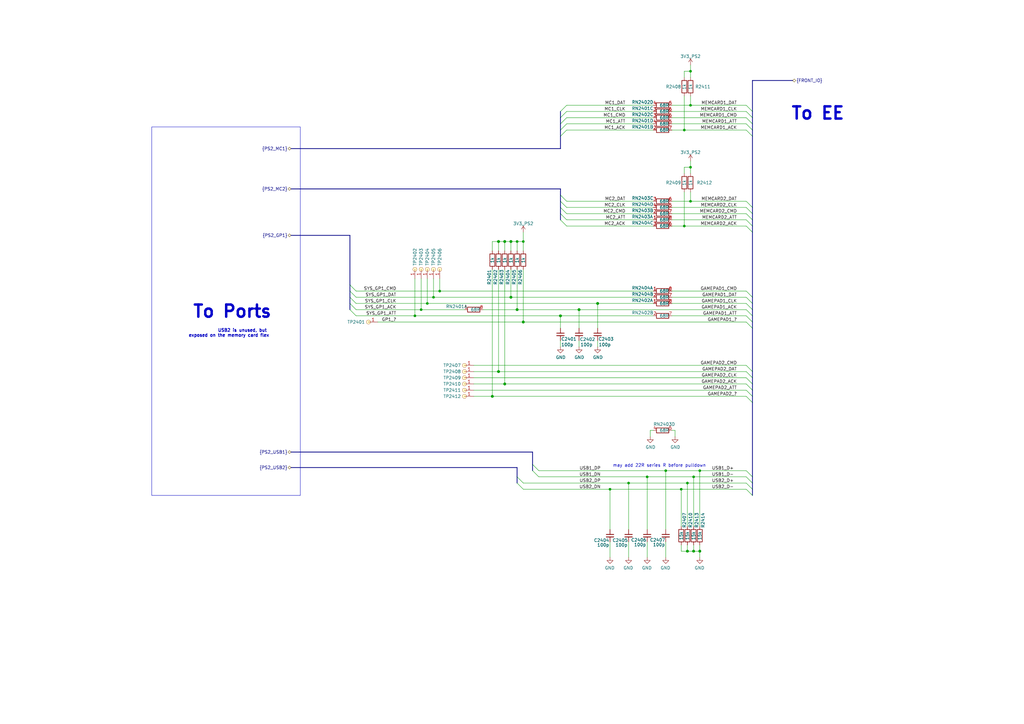
<source format=kicad_sch>
(kicad_sch (version 20230121) (generator eeschema)
  (paper "A3")
  (title_block (title "PS2 Front IO Filters") (rev "0.3") (comment 5 "-a project by Tschicki"))
  (lib_symbols
    (symbol "PS2:3V5" (power) (pin_names (offset 0))
      (property "Value" "3V3_PS2" (at 0 3.556 0))
      (symbol "3V5_0_1"
        (polyline (pts (xy -0.762 1.27) (xy 0 2.54)))
        (polyline (pts (xy 0 0) (xy 0 2.54)))
        (polyline (pts (xy 0 2.54) (xy 0.762 1.27)))
      )
      (symbol "3V5_1_1"
        (pin power_in line (at 0 0 90) (length 0) hide (name "3V3_PS2") (number "1"))
      )
    )
    (symbol "PS2:Solder_Point" (pin_names (offset 1.016) hide) (in_bom no)
      (property "Reference" "TP" (at 2.54 0 0))
      (symbol "Solder_Point_0_1"
        (circle (center 0 0) (radius 0.8519) (stroke (width 0.001)) (fill (type background)))
      )
      (symbol "Solder_Point_1_1"
        (pin passive line (at -3.81 0 0) (length 3.81) (name "Pin_1") (number "1"))
      )
    )
    (symbol "PS2_Capacitors:C_100p_0402" (pin_numbers hide) (pin_names (offset 0.254) hide)
      (property "Reference" "C" (at 0.254 1.778 0))
      (property "Value" "100p" (at 0.254 -2.032 0))
      (symbol "C_100p_0402_0_1"
        (polyline (pts (xy -1.524 -0.508) (xy 1.524 -0.508)) (stroke (width 0.3302)))
        (polyline (pts (xy -1.524 0.508) (xy 1.524 0.508)) (stroke (width 0.3048)))
      )
      (symbol "C_100p_0402_1_1"
        (pin passive line (at 0 2.54 270) (length 2.032) (name "~") (number "1"))
        (pin passive line (at 0 -2.54 90) (length 2.032) (name "~") (number "2"))
      )
    )
    (symbol "PS2_Resistors:R_15k_0402" (pin_numbers hide) (pin_names (offset 0))
      (property "Reference" "R" (at 2.032 0 90))
      (property "Value" "15k" (at 0 0 90))
      (symbol "R_15k_0402_0_1"
        (rectangle (start -1.016 -2.54) (end 1.016 2.54) (stroke (width 0.254)))
      )
      (symbol "R_15k_0402_1_1"
        (pin passive line (at 0 3.81 270) (length 1.27) (name "~") (number "1"))
        (pin passive line (at 0 -3.81 90) (length 1.27) (name "~") (number "2"))
      )
    )
    (symbol "PS2_Resistors:R_1k_0402" (pin_numbers hide) (pin_names (offset 0))
      (property "Reference" "R" (at 2.032 0 90))
      (property "Value" "1k" (at 0 0 90))
      (symbol "R_1k_0402_0_1"
        (rectangle (start -1.016 -2.54) (end 1.016 2.54) (stroke (width 0.254)))
      )
      (symbol "R_1k_0402_1_1"
        (pin passive line (at 0 3.81 270) (length 1.27) (name "~") (number "1"))
        (pin passive line (at 0 -3.81 90) (length 1.27) (name "~") (number "2"))
      )
    )
    (symbol "PS2_Resistors:R_4Array_68R_0402_split" (pin_names (offset 0) hide)
      (property "Reference" "RN" (at 2.032 0 90))
      (property "Value" "68R" (at 0 0 90))
      (symbol "R_4Array_68R_0402_split_0_1"
        (rectangle (start 1.016 2.54) (end -1.016 -2.54) (stroke (width 0.254)))
      )
      (symbol "R_4Array_68R_0402_split_1_1"
        (pin passive line (at 0 -3.81 90) (length 1.27) (name "R1.1") (number "1"))
        (pin passive line (at 0 3.81 270) (length 1.27) (name "R1.2") (number "8"))
      )
      (symbol "R_4Array_68R_0402_split_2_1"
        (pin passive line (at 0 -3.81 90) (length 1.27) (name "R2.1") (number "2"))
        (pin passive line (at 0 3.81 270) (length 1.27) (name "R2.2") (number "7"))
      )
      (symbol "R_4Array_68R_0402_split_3_1"
        (pin passive line (at 0 -3.81 90) (length 1.27) (name "R3.1") (number "3"))
        (pin passive line (at 0 3.81 270) (length 1.27) (name "R3.2") (number "6"))
      )
      (symbol "R_4Array_68R_0402_split_4_1"
        (pin passive line (at 0 -3.81 90) (length 1.27) (name "R4.1") (number "4"))
        (pin passive line (at 0 3.81 270) (length 1.27) (name "R4.2") (number "5"))
      )
    )
    (symbol "power:GND" (power) (pin_names (offset 0))
      (property "Value" "GND" (at 0 -3.81 0))
      (symbol "GND_0_1"
        (polyline (pts (xy 0 0) (xy 0 -1.27) (xy 1.27 -1.27) (xy 0 -2.54) (xy -1.27 -1.27) (xy 0 -1.27)))
      )
      (symbol "GND_1_1"
        (pin power_in line (at 0 0 270) (length 0) hide (name "GND") (number "1"))
      )
    )
  )
  (bus_alias "FRONT_IO" (members "GAMEPAD1_CMD" "GAMEPAD1_DAT" "GAMEPAD1_CLK" "GAMEPAD1_ACK" "GAMEPAD1_ATT" "GAMEPAD1_?" "GAMEPAD2_CMD" "GAMEPAD2_DAT" "GAMEPAD2_CLK" "GAMEPAD2_ACK" "GAMEPAD2_ATT" "GAMEPAD2_?" "MEMCARD1_ACK" "MEMCARD1_CLK" "MEMCARD1_ATT" "MEMCARD1_CMD" "MEMCARD1_DAT" "MEMCARD2_ACK" "MEMCARD2_CLK" "MEMCARD2_ATT" "MEMCARD2_CMD" "MEMCARD2_DAT" "USB1_D+" "USB1_D-" "USB2_D+" "USB2_D-"))
  (bus_alias "PS2_GP1" (members "SYS_GP1_CMD" "SYS_GP1_DAT" "SYS_GP1_CLK" "SYS_GP1_ACK" "SYS_GP1_ATT"))
  (bus_alias "PS2_GP2" (members "GP2_CMD" "GP2_DAT" "GP2_CLK" "GP2_ACK" "GP2_ATT"))
  (bus_alias "PS2_MC1" (members "MC1_DAT" "MC1_CLK" "MC1_CMD" "MC1_ATT" "MC1_ACK"))
  (bus_alias "PS2_MC2" (members "MC2_DAT" "MC2_CLK" "MC2_CMD" "MC2_ATT" "MC2_ACK"))
  (bus_alias "PS2_USB1" (members "USB1_DP" "USB1_DN"))
  (bus_alias "PS2_USB2" (members "USB2_DP" "USB2_DN"))
  (junction (at 237.49 127) (diameter 1.016))
  (junction (at 209.55 99.06) (diameter 1.016))
  (junction (at 284.48 195.58))
  (junction (at 204.47 99.06) (diameter 1.016))
  (junction (at 273.05 193.04))
  (junction (at 175.26 124.46))
  (junction (at 212.09 99.06))
  (junction (at 281.94 198.12))
  (junction (at 207.01 157.48) (diameter 1.016))
  (junction (at 229.87 129.54) (diameter 1.016))
  (junction (at 170.18 129.54))
  (junction (at 287.02 193.04))
  (junction (at 281.94 226.06) (diameter 1.016))
  (junction (at 280.67 92.71))
  (junction (at 245.11 124.46) (diameter 1.016))
  (junction (at 280.67 53.34))
  (junction (at 207.01 99.06) (diameter 1.016))
  (junction (at 283.21 82.55))
  (junction (at 201.93 162.56) (diameter 1.016))
  (junction (at 214.63 132.08) (diameter 1.016))
  (junction (at 257.81 198.12))
  (junction (at 214.63 99.06))
  (junction (at 180.34 119.38))
  (junction (at 284.48 226.06) (diameter 1.016))
  (junction (at 177.8 121.92))
  (junction (at 209.55 121.92) (diameter 1.016))
  (junction (at 265.43 195.58))
  (junction (at 287.02 226.06) (diameter 1.016))
  (junction (at 172.72 127))
  (junction (at 283.21 29.21))
  (junction (at 279.4 200.66))
  (junction (at 283.21 43.18))
  (junction (at 250.19 200.66))
  (junction (at 212.09 127) (diameter 1.016))
  (junction (at 204.47 152.4) (diameter 1.016))
  (junction (at 283.21 68.58))
  (bus_entry (at 308.61 152.4) (size -2.54 -2.54))
  (bus_entry (at 308.61 48.26) (size -2.54 -2.54))
  (bus_entry (at 308.61 87.63) (size -2.54 -2.54))
  (bus_entry (at 308.61 162.56) (size -2.54 -2.54))
  (bus_entry (at 308.61 165.1) (size -2.54 -2.54))
  (bus_entry (at 232.41 90.17) (size -2.54 -2.54))
  (bus_entry (at 308.61 198.12) (size -2.54 -2.54))
  (bus_entry (at 308.61 134.62) (size -2.54 -2.54))
  (bus_entry (at 146.05 124.46) (size -2.54 -2.54))
  (bus_entry (at 308.61 50.8) (size -2.54 -2.54))
  (bus_entry (at 308.61 124.46) (size -2.54 -2.54))
  (bus_entry (at 220.98 193.04) (size -2.54 -2.54))
  (bus_entry (at 308.61 53.34) (size -2.54 -2.54))
  (bus_entry (at 232.41 92.71) (size -2.54 -2.54))
  (bus_entry (at 146.05 119.38) (size -2.54 -2.54))
  (bus_entry (at 232.41 53.34) (size -2.54 2.54))
  (bus_entry (at 232.41 43.18) (size -2.54 2.54))
  (bus_entry (at 308.61 45.72) (size -2.54 -2.54))
  (bus_entry (at 308.61 127) (size -2.54 -2.54))
  (bus_entry (at 220.98 195.58) (size -2.54 -2.54))
  (bus_entry (at 308.61 203.2) (size -2.54 -2.54))
  (bus_entry (at 232.41 48.26) (size -2.54 2.54))
  (bus_entry (at 308.61 129.54) (size -2.54 -2.54))
  (bus_entry (at 308.61 95.25) (size -2.54 -2.54))
  (bus_entry (at 232.41 87.63) (size -2.54 -2.54))
  (bus_entry (at 146.05 127) (size -2.54 -2.54))
  (bus_entry (at 308.61 160.02) (size -2.54 -2.54))
  (bus_entry (at 232.41 45.72) (size -2.54 2.54))
  (bus_entry (at 308.61 90.17) (size -2.54 -2.54))
  (bus_entry (at 146.05 121.92) (size -2.54 -2.54))
  (bus_entry (at 214.63 200.66) (size -2.54 -2.54))
  (bus_entry (at 308.61 85.09) (size -2.54 -2.54))
  (bus_entry (at 308.61 154.94) (size -2.54 -2.54))
  (bus_entry (at 214.63 198.12) (size -2.54 -2.54))
  (bus_entry (at 308.61 121.92) (size -2.54 -2.54))
  (bus_entry (at 232.41 82.55) (size -2.54 -2.54))
  (bus_entry (at 308.61 55.88) (size -2.54 -2.54))
  (bus_entry (at 232.41 50.8) (size -2.54 2.54))
  (bus_entry (at 308.61 195.58) (size -2.54 -2.54))
  (bus_entry (at 146.05 129.54) (size -2.54 -2.54))
  (bus_entry (at 308.61 132.08) (size -2.54 -2.54))
  (bus_entry (at 232.41 85.09) (size -2.54 -2.54))
  (bus_entry (at 308.61 157.48) (size -2.54 -2.54))
  (bus_entry (at 308.61 200.66) (size -2.54 -2.54))
  (bus_entry (at 308.61 92.71) (size -2.54 -2.54))
  (wire (pts (xy 177.8 114.3) (xy 177.8 121.92)))
  (wire (pts (xy 209.55 99.06) (xy 209.55 102.87)))
  (bus (pts (xy 143.51 124.46) (xy 143.51 121.92)))
  (wire (pts (xy 306.07 85.09) (xy 275.59 85.09)))
  (wire (pts (xy 284.48 195.58) (xy 265.43 195.58)))
  (bus (pts (xy 308.61 45.72) (xy 308.61 48.26)))
  (wire (pts (xy 306.07 157.48) (xy 207.01 157.48)))
  (wire (pts (xy 257.81 222.25) (xy 257.81 228.6)))
  (wire (pts (xy 204.47 99.06) (xy 207.01 99.06)))
  (wire (pts (xy 172.72 114.3) (xy 172.72 127)))
  (wire (pts (xy 306.07 152.4) (xy 204.47 152.4)))
  (bus (pts (xy 119.38 77.47) (xy 229.87 77.47)))
  (wire (pts (xy 257.81 198.12) (xy 257.81 217.17)))
  (wire (pts (xy 306.07 53.34) (xy 280.67 53.34)))
  (bus (pts (xy 308.61 87.63) (xy 308.61 90.17)))
  (wire (pts (xy 281.94 223.52) (xy 281.94 226.06)))
  (wire (pts (xy 267.97 85.09) (xy 232.41 85.09)))
  (wire (pts (xy 306.07 193.04) (xy 287.02 193.04)))
  (bus (pts (xy 308.61 157.48) (xy 308.61 160.02)))
  (wire (pts (xy 237.49 127) (xy 306.07 127)))
  (bus (pts (xy 229.87 60.96) (xy 119.38 60.96)))
  (bus (pts (xy 308.61 33.02) (xy 308.61 45.72)))
  (wire (pts (xy 180.34 114.3) (xy 180.34 119.38)))
  (wire (pts (xy 267.97 53.34) (xy 232.41 53.34)))
  (wire (pts (xy 281.94 198.12) (xy 257.81 198.12)))
  (bus (pts (xy 229.87 80.01) (xy 229.87 82.55)))
  (bus (pts (xy 308.61 162.56) (xy 308.61 165.1)))
  (wire (pts (xy 279.4 200.66) (xy 250.19 200.66)))
  (wire (pts (xy 306.07 50.8) (xy 275.59 50.8)))
  (wire (pts (xy 280.67 78.74) (xy 280.67 92.71)))
  (wire (pts (xy 207.01 99.06) (xy 209.55 99.06)))
  (wire (pts (xy 267.97 87.63) (xy 232.41 87.63)))
  (wire (pts (xy 283.21 82.55) (xy 275.59 82.55)))
  (bus (pts (xy 308.61 195.58) (xy 308.61 198.12)))
  (wire (pts (xy 214.63 95.25) (xy 214.63 99.06)))
  (bus (pts (xy 229.87 48.26) (xy 229.87 50.8)))
  (wire (pts (xy 245.11 124.46) (xy 175.26 124.46)))
  (wire (pts (xy 287.02 226.06) (xy 284.48 226.06)))
  (wire (pts (xy 180.34 119.38) (xy 146.05 119.38)))
  (wire (pts (xy 265.43 222.25) (xy 265.43 228.6)))
  (wire (pts (xy 275.59 121.92) (xy 306.07 121.92)))
  (wire (pts (xy 237.49 139.7) (xy 237.49 142.24)))
  (wire (pts (xy 267.97 43.18) (xy 232.41 43.18)))
  (wire (pts (xy 250.19 222.25) (xy 250.19 228.6)))
  (wire (pts (xy 198.12 127) (xy 212.09 127)))
  (wire (pts (xy 287.02 223.52) (xy 287.02 226.06)))
  (wire (pts (xy 212.09 110.49) (xy 212.09 127)))
  (bus (pts (xy 143.51 119.38) (xy 143.51 116.84)))
  (wire (pts (xy 229.87 134.62) (xy 229.87 129.54)))
  (wire (pts (xy 207.01 110.49) (xy 207.01 157.48)))
  (wire (pts (xy 279.4 223.52) (xy 279.4 226.06)))
  (wire (pts (xy 267.97 50.8) (xy 232.41 50.8)))
  (wire (pts (xy 280.67 39.37) (xy 280.67 53.34)))
  (bus (pts (xy 218.44 185.42) (xy 119.38 185.42)))
  (bus (pts (xy 308.61 85.09) (xy 308.61 87.63)))
  (wire (pts (xy 267.97 92.71) (xy 232.41 92.71)))
  (wire (pts (xy 275.59 176.53) (xy 276.86 176.53)))
  (wire (pts (xy 146.05 121.92) (xy 177.8 121.92)))
  (wire (pts (xy 283.21 43.18) (xy 275.59 43.18)))
  (bus (pts (xy 143.51 119.38) (xy 143.51 121.92)))
  (wire (pts (xy 172.72 127) (xy 146.05 127)))
  (bus (pts (xy 308.61 48.26) (xy 308.61 50.8)))
  (wire (pts (xy 229.87 139.7) (xy 229.87 142.24)))
  (bus (pts (xy 308.61 90.17) (xy 308.61 92.71)))
  (wire (pts (xy 175.26 124.46) (xy 146.05 124.46)))
  (wire (pts (xy 306.07 149.86) (xy 194.31 149.86)))
  (bus (pts (xy 308.61 129.54) (xy 308.61 132.08)))
  (wire (pts (xy 306.07 45.72) (xy 275.59 45.72)))
  (bus (pts (xy 143.51 96.52) (xy 119.38 96.52)))
  (wire (pts (xy 250.19 200.66) (xy 214.63 200.66)))
  (wire (pts (xy 266.7 176.53) (xy 266.7 179.07)))
  (wire (pts (xy 245.11 139.7) (xy 245.11 142.24)))
  (wire (pts (xy 267.97 48.26) (xy 232.41 48.26)))
  (wire (pts (xy 204.47 152.4) (xy 194.31 152.4)))
  (bus (pts (xy 308.61 200.66) (xy 308.61 203.2)))
  (wire (pts (xy 283.21 68.58) (xy 280.67 68.58)))
  (wire (pts (xy 237.49 127) (xy 212.09 127)))
  (bus (pts (xy 308.61 53.34) (xy 308.61 55.88)))
  (wire (pts (xy 201.93 99.06) (xy 204.47 99.06)))
  (bus (pts (xy 308.61 127) (xy 308.61 129.54)))
  (bus (pts (xy 308.61 160.02) (xy 308.61 162.56)))
  (wire (pts (xy 283.21 66.04) (xy 283.21 68.58)))
  (wire (pts (xy 229.87 129.54) (xy 267.97 129.54)))
  (bus (pts (xy 143.51 127) (xy 143.51 124.46)))
  (bus (pts (xy 212.09 191.77) (xy 119.38 191.77)))
  (bus (pts (xy 308.61 121.92) (xy 308.61 124.46)))
  (wire (pts (xy 287.02 193.04) (xy 273.05 193.04)))
  (wire (pts (xy 201.93 102.87) (xy 201.93 99.06)))
  (wire (pts (xy 284.48 223.52) (xy 284.48 226.06)))
  (wire (pts (xy 306.07 92.71) (xy 280.67 92.71)))
  (bus (pts (xy 218.44 190.5) (xy 218.44 185.42)))
  (wire (pts (xy 267.97 121.92) (xy 209.55 121.92)))
  (bus (pts (xy 229.87 82.55) (xy 229.87 85.09)))
  (wire (pts (xy 283.21 78.74) (xy 283.21 82.55)))
  (bus (pts (xy 212.09 198.12) (xy 212.09 195.58)))
  (wire (pts (xy 283.21 68.58) (xy 283.21 71.12)))
  (wire (pts (xy 306.07 162.56) (xy 201.93 162.56)))
  (wire (pts (xy 283.21 29.21) (xy 283.21 31.75)))
  (wire (pts (xy 281.94 226.06) (xy 279.4 226.06)))
  (bus (pts (xy 229.87 53.34) (xy 229.87 55.88)))
  (wire (pts (xy 287.02 226.06) (xy 287.02 228.6)))
  (wire (pts (xy 275.59 119.38) (xy 306.07 119.38)))
  (wire (pts (xy 306.07 132.08) (xy 214.63 132.08)))
  (wire (pts (xy 284.48 226.06) (xy 281.94 226.06)))
  (wire (pts (xy 283.21 29.21) (xy 280.67 29.21)))
  (wire (pts (xy 306.07 87.63) (xy 275.59 87.63)))
  (wire (pts (xy 280.67 29.21) (xy 280.67 31.75)))
  (bus (pts (xy 308.61 165.1) (xy 308.61 195.58)))
  (wire (pts (xy 172.72 127) (xy 190.5 127)))
  (bus (pts (xy 308.61 95.25) (xy 308.61 121.92)))
  (wire (pts (xy 273.05 222.25) (xy 273.05 228.6)))
  (bus (pts (xy 308.61 55.88) (xy 308.61 85.09)))
  (wire (pts (xy 273.05 193.04) (xy 273.05 217.17)))
  (wire (pts (xy 306.07 90.17) (xy 275.59 90.17)))
  (wire (pts (xy 275.59 129.54) (xy 306.07 129.54)))
  (wire (pts (xy 306.07 195.58) (xy 284.48 195.58)))
  (wire (pts (xy 237.49 127) (xy 237.49 134.62)))
  (wire (pts (xy 280.67 92.71) (xy 275.59 92.71)))
  (wire (pts (xy 273.05 193.04) (xy 220.98 193.04)))
  (bus (pts (xy 308.61 198.12) (xy 308.61 200.66)))
  (bus (pts (xy 308.61 132.08) (xy 308.61 134.62)))
  (wire (pts (xy 214.63 102.87) (xy 214.63 99.06)))
  (wire (pts (xy 306.07 154.94) (xy 194.31 154.94)))
  (wire (pts (xy 207.01 157.48) (xy 194.31 157.48)))
  (wire (pts (xy 265.43 195.58) (xy 265.43 217.17)))
  (wire (pts (xy 280.67 53.34) (xy 275.59 53.34)))
  (bus (pts (xy 308.61 134.62) (xy 308.61 152.4)))
  (wire (pts (xy 267.97 124.46) (xy 245.11 124.46)))
  (wire (pts (xy 280.67 68.58) (xy 280.67 71.12)))
  (wire (pts (xy 154.94 132.08) (xy 214.63 132.08)))
  (bus (pts (xy 229.87 55.88) (xy 229.87 60.96)))
  (wire (pts (xy 267.97 119.38) (xy 180.34 119.38)))
  (wire (pts (xy 170.18 114.3) (xy 170.18 129.54)))
  (wire (pts (xy 201.93 162.56) (xy 194.31 162.56)))
  (wire (pts (xy 283.21 39.37) (xy 283.21 43.18)))
  (wire (pts (xy 201.93 162.56) (xy 201.93 110.49)))
  (wire (pts (xy 204.47 99.06) (xy 204.47 102.87)))
  (bus (pts (xy 229.87 50.8) (xy 229.87 53.34)))
  (wire (pts (xy 245.11 124.46) (xy 245.11 134.62)))
  (wire (pts (xy 267.97 45.72) (xy 232.41 45.72)))
  (bus (pts (xy 308.61 50.8) (xy 308.61 53.34)))
  (wire (pts (xy 306.07 48.26) (xy 275.59 48.26)))
  (wire (pts (xy 214.63 99.06) (xy 212.09 99.06)))
  (wire (pts (xy 306.07 160.02) (xy 194.31 160.02)))
  (bus (pts (xy 308.61 124.46) (xy 308.61 127)))
  (wire (pts (xy 229.87 129.54) (xy 170.18 129.54)))
  (wire (pts (xy 276.86 176.53) (xy 276.86 179.07)))
  (wire (pts (xy 250.19 200.66) (xy 250.19 217.17)))
  (wire (pts (xy 283.21 26.67) (xy 283.21 29.21)))
  (wire (pts (xy 267.97 82.55) (xy 232.41 82.55)))
  (wire (pts (xy 266.7 176.53) (xy 267.97 176.53)))
  (wire (pts (xy 306.07 43.18) (xy 283.21 43.18)))
  (bus (pts (xy 308.61 92.71) (xy 308.61 95.25)))
  (wire (pts (xy 257.81 198.12) (xy 214.63 198.12)))
  (bus (pts (xy 308.61 154.94) (xy 308.61 157.48)))
  (wire (pts (xy 175.26 114.3) (xy 175.26 124.46)))
  (wire (pts (xy 306.07 200.66) (xy 279.4 200.66)))
  (bus (pts (xy 229.87 87.63) (xy 229.87 90.17)))
  (wire (pts (xy 306.07 198.12) (xy 281.94 198.12)))
  (bus (pts (xy 229.87 45.72) (xy 229.87 48.26)))
  (wire (pts (xy 209.55 99.06) (xy 212.09 99.06)))
  (wire (pts (xy 306.07 82.55) (xy 283.21 82.55)))
  (bus (pts (xy 143.51 96.52) (xy 143.51 116.84)))
  (wire (pts (xy 212.09 99.06) (xy 212.09 102.87)))
  (wire (pts (xy 204.47 110.49) (xy 204.47 152.4)))
  (wire (pts (xy 214.63 110.49) (xy 214.63 132.08)))
  (bus (pts (xy 218.44 193.04) (xy 218.44 190.5)))
  (bus (pts (xy 308.61 152.4) (xy 308.61 154.94)))
  (wire (pts (xy 170.18 129.54) (xy 146.05 129.54)))
  (bus (pts (xy 212.09 195.58) (xy 212.09 191.77)))
  (wire (pts (xy 177.8 121.92) (xy 209.55 121.92)))
  (bus (pts (xy 229.87 85.09) (xy 229.87 87.63)))
  (wire (pts (xy 265.43 195.58) (xy 220.98 195.58)))
  (wire (pts (xy 207.01 99.06) (xy 207.01 102.87)))
  (wire (pts (xy 209.55 110.49) (xy 209.55 121.92)))
  (wire (pts (xy 275.59 124.46) (xy 306.07 124.46)))
  (wire (pts (xy 287.02 193.04) (xy 287.02 215.9)))
  (wire (pts (xy 267.97 90.17) (xy 232.41 90.17)))
  (wire (pts (xy 284.48 195.58) (xy 284.48 215.9)))
  (bus (pts (xy 229.87 77.47) (xy 229.87 80.01)))
  (wire (pts (xy 279.4 200.66) (xy 279.4 215.9)))
  (bus (pts (xy 325.12 33.02) (xy 308.61 33.02)))
  (wire (pts (xy 281.94 198.12) (xy 281.94 215.9)))
  (rectangle (start 62.23 203.2) (end 123.19 52.07))
  (text "USB2 is unused, but \nexposed on the memory card flex" (at 110.49 138.43 0) (effects (font (size 1.27 1.27) bold) (justify right bottom)))
  (text "To Ports" (at 111.76 130.81 0) (effects (font (size 5 5) bold) (justify right bottom)))
  (text "To EE" (at 346.71 49.53 0) (effects (font (size 5 5) (thickness 1) bold) (justify right bottom)))
  (text "may add 22R series R before pulldown" (at 289.56 191.77 0) (effects (font (size 1.27 1.27)) (justify right bottom)))
  (label "USB2_D+" (at 300.99 198.12 180))
  (label "SYS_GP1_CLK" (at 162.56 124.46 180))
  (label "GAMEPAD2_CLK" (at 302.26 154.94 180))
  (label "MEMCARD2_ATT" (at 302.26 90.17 180))
  (label "USB1_DN" (at 246.38 195.58 180))
  (label "MC2_ATT" (at 256.54 90.17 180))
  (label "GAMEPAD2_DAT" (at 302.26 152.4 180))
  (label "GAMEPAD1_CLK" (at 302.26 124.46 180))
  (label "GAMEPAD2_ATT" (at 302.26 160.02 180))
  (label "MC1_CMD" (at 256.54 48.26 180))
  (label "MEMCARD1_ACK" (at 302.26 53.34 180))
  (label "GAMEPAD1_DAT" (at 302.26 121.92 180))
  (label "MEMCARD2_CMD" (at 302.26 87.63 180))
  (label "GAMEPAD1_?" (at 302.26 132.08 180))
  (label "SYS_GP1_ATT" (at 162.56 129.54 180))
  (label "SYS_GP1_DAT" (at 162.56 121.92 180))
  (label "SYS_GP1_ACK" (at 162.56 127 180))
  (label "MEMCARD2_CLK" (at 302.26 85.09 180))
  (label "GAMEPAD1_CMD" (at 302.26 119.38 180))
  (label "GAMEPAD2_?" (at 302.26 162.56 180))
  (label "MEMCARD1_CLK" (at 302.26 45.72 180))
  (label "SYS_GP1_CMD" (at 162.56 119.38 180))
  (label "MEMCARD2_DAT" (at 302.26 82.55 180))
  (label "MC2_DAT" (at 256.54 82.55 180))
  (label "MEMCARD1_ATT" (at 302.26 50.8 180))
  (label "USB1_DP" (at 246.38 193.04 180))
  (label "GAMEPAD1_ACK" (at 302.26 127 180))
  (label "USB2_D-" (at 300.99 200.66 180))
  (label "USB2_DN" (at 246.38 200.66 180))
  (label "MEMCARD1_CMD" (at 302.26 48.26 180))
  (label "MC1_CLK" (at 256.54 45.72 180))
  (label "MC2_ACK" (at 256.54 92.71 180))
  (label "MEMCARD2_ACK" (at 302.26 92.71 180))
  (label "GP1_?" (at 162.56 132.08 180))
  (label "USB2_DP" (at 246.38 198.12 180))
  (label "MC1_ACK" (at 256.54 53.34 180))
  (label "GAMEPAD1_ATT" (at 302.26 129.54 180))
  (label "MC1_ATT" (at 256.54 50.8 180))
  (label "MEMCARD1_DAT" (at 302.26 43.18 180))
  (label "MC1_DAT" (at 256.54 43.18 180))
  (label "USB1_D+" (at 300.99 193.04 180))
  (label "USB1_D-" (at 300.99 195.58 180))
  (label "MC2_CMD" (at 256.54 87.63 180))
  (label "GAMEPAD2_ACK" (at 302.26 157.48 180))
  (label "GAMEPAD2_CMD" (at 302.26 149.86 180))
  (label "MC2_CLK" (at 256.54 85.09 180))
  (hierarchical_label "{PS2_MC1}" (shape bidirectional) (at 119.38 60.96 180))
  (hierarchical_label "{PS2_GP1}" (shape bidirectional) (at 119.38 96.52 180))
  (hierarchical_label "{PS2_USB1}" (shape bidirectional) (at 119.38 185.42 180))
  (hierarchical_label "{PS2_USB2}" (shape bidirectional) (at 119.38 191.77 180))
  (hierarchical_label "{PS2_MC2}" (shape bidirectional) (at 119.38 77.47 180))
  (hierarchical_label "{FRONT_IO}" (shape bidirectional) (at 325.12 33.02 0))
  (symbol (lib_id "PS2_Resistors:R_4Array_68R_0402_split") (at 271.78 53.34 270) (mirror x) (unit 2)
    (property "Reference" "RN2401" (at 259.08 52.07 90) (effects (justify left)))
    (property "Value" "68R" (at 270.51 53.34 90) (effects (justify left)))
    (property "Footprint" "PS2:R_Array_Convex_4x0402" (effects hide))
    (property "Part Number" "YC124-JR-0768RL" (effects hide))
  )
  (symbol (lib_id "PS2_Resistors:R_1k_0402") (at 283.21 35.56 0) (unit 1)
    (property "Reference" "R2411" (at 285.115 35.56 0) (effects (justify left)))
    (property "Value" "1k" (at 283.21 36.83 90) (effects (justify left)))
    (property "Footprint" "PS2:R_0402_1005Metric" (effects hide))
    (property "Part Number" "RC0402FR-071KL" (effects hide))
  )
  (symbol (lib_id "PS2_Resistors:R_1k_0402") (at 204.47 106.68 0) (unit 1)
    (property "Reference" "R2402" (at 203.2 116.84 90) (effects (justify left)))
    (property "Value" "1k" (at 204.47 107.95 90) (effects (justify left)))
    (property "Footprint" "PS2:R_0402_1005Metric" (effects hide))
    (property "Part Number" "RC0402FR-071KL" (effects hide))
  )
  (symbol (lib_id "PS2_Resistors:R_4Array_68R_0402_split") (at 271.78 90.17 270) (mirror x) (unit 1)
    (property "Reference" "RN2403" (at 259.08 88.9 90) (effects (justify left)))
    (property "Value" "68R" (at 270.51 90.17 90) (effects (justify left)))
    (property "Footprint" "PS2:R_Array_Convex_4x0402" (effects hide))
    (property "Part Number" "YC124-JR-0768RL" (effects hide))
  )
  (symbol (lib_id "power:GND") (at 273.05 228.6 0) (mirror y) (unit 1)
    (property "Reference" "#PWR02409" (effects hide))
    (property "Value" "GND" (at 272.9357 232.9244 0))
  )
  (symbol (lib_id "PS2:Solder_Point") (at 177.8 110.49 270) (mirror x) (unit 1) (in_bom no)
    (property "Reference" "TP2405" (at 177.8 105.41 0))
    (property "Value" "Solder_Point" (effects hide))
    (property "Footprint" "PS2:Solder_Point_127" (effects hide))
  )
  (symbol (lib_id "PS2:Solder_Point") (at 190.5 162.56 0) (mirror y) (unit 1) (in_bom no)
    (property "Reference" "TP2412" (at 185.42 162.56 0))
    (property "Value" "Solder_Point" (effects hide))
    (property "Footprint" "PS2:Solder_Point_127" (effects hide))
  )
  (symbol (lib_id "PS2:Solder_Point") (at 190.5 160.02 0) (mirror y) (unit 1) (in_bom no)
    (property "Reference" "TP2411" (at 185.42 160.02 0))
    (property "Value" "Solder_Point" (effects hide))
    (property "Footprint" "PS2:Solder_Point_127" (effects hide))
  )
  (symbol (lib_id "power:GND") (at 257.81 228.6 0) (mirror y) (unit 1)
    (property "Reference" "#PWR02406" (effects hide))
    (property "Value" "GND" (at 257.6957 232.9244 0))
  )
  (symbol (lib_id "PS2_Resistors:R_4Array_68R_0402_split") (at 271.78 82.55 270) (mirror x) (unit 3)
    (property "Reference" "RN2403" (at 259.08 81.28 90) (effects (justify left)))
    (property "Value" "68R" (at 270.51 82.55 90) (effects (justify left)))
    (property "Footprint" "PS2:R_Array_Convex_4x0402" (effects hide))
    (property "Part Number" "YC124-JR-0768RL" (effects hide))
  )
  (symbol (lib_id "PS2_Resistors:R_4Array_68R_0402_split") (at 271.78 121.92 270) (mirror x) (unit 2)
    (property "Reference" "RN2404" (at 259.08 120.65 90) (effects (justify left)))
    (property "Value" "68R" (at 270.51 121.92 90) (effects (justify left)))
    (property "Footprint" "PS2:R_Array_Convex_4x0402" (effects hide))
    (property "Part Number" "YC124-JR-0768RL" (effects hide))
  )
  (symbol (lib_id "PS2_Resistors:R_15k_0402") (at 287.02 219.71 0) (mirror y) (unit 1)
    (property "Reference" "R2414" (at 288.29 213.36 90))
    (property "Value" "15k" (at 287.02 219.71 90))
    (property "Footprint" "PS2:R_0402_1005Metric" (effects hide))
    (property "Part Number" "ERJ-2RKF1502X" (effects hide))
  )
  (symbol (lib_id "PS2_Resistors:R_1k_0402") (at 209.55 106.68 0) (unit 1)
    (property "Reference" "R2404" (at 208.28 116.84 90) (effects (justify left)))
    (property "Value" "1k" (at 209.55 107.95 90) (effects (justify left)))
    (property "Footprint" "PS2:R_0402_1005Metric" (effects hide))
    (property "Part Number" "RC0402FR-071KL" (effects hide))
  )
  (symbol (lib_id "PS2_Capacitors:C_100p_0402") (at 257.81 219.71 0) (mirror y) (unit 1)
    (property "Reference" "C2405" (at 257.5178 221.6086 0) (effects (justify left)))
    (property "Value" "100p" (at 257.391 223.526 0) (effects (justify left)))
    (property "Footprint" "PS2:C_0402_1005Metric" (effects hide))
    (property "Part Number" "CC0402KRX7R9BB101" (effects hide))
  )
  (symbol (lib_id "power:GND") (at 265.43 228.6 0) (mirror y) (unit 1)
    (property "Reference" "#PWR02407" (effects hide))
    (property "Value" "GND" (at 265.3157 232.9244 0))
  )
  (symbol (lib_id "PS2_Resistors:R_1k_0402") (at 280.67 74.93 0) (unit 1)
    (property "Reference" "R2409" (at 273.05 74.93 0) (effects (justify left)))
    (property "Value" "1k" (at 280.67 76.2 90) (effects (justify left)))
    (property "Footprint" "PS2:R_0402_1005Metric" (effects hide))
    (property "Part Number" "RC0402FR-071KL" (effects hide))
  )
  (symbol (lib_id "PS2_Resistors:R_15k_0402") (at 284.48 219.71 0) (mirror y) (unit 1)
    (property "Reference" "R2413" (at 285.75 213.36 90))
    (property "Value" "15k" (at 284.48 219.71 90))
    (property "Footprint" "PS2:R_0402_1005Metric" (effects hide))
    (property "Part Number" "ERJ-2RKF1502X" (effects hide))
  )
  (symbol (lib_id "PS2_Capacitors:C_100p_0402") (at 229.87 137.16 0) (unit 1)
    (property "Reference" "C2401" (at 230.1622 139.0586 0) (effects (justify left)))
    (property "Value" "100p" (at 230.162 141.357 0) (effects (justify left)))
    (property "Footprint" "PS2:C_0402_1005Metric" (effects hide))
    (property "Part Number" "CC0402KRX7R9BB101" (effects hide))
  )
  (symbol (lib_id "PS2:Solder_Point") (at 175.26 110.49 270) (mirror x) (unit 1) (in_bom no)
    (property "Reference" "TP2404" (at 175.26 105.41 0))
    (property "Value" "Solder_Point" (effects hide))
    (property "Footprint" "PS2:Solder_Point_127" (effects hide))
  )
  (symbol (lib_id "PS2_Capacitors:C_100p_0402") (at 273.05 219.71 0) (mirror y) (unit 1)
    (property "Reference" "C2407" (at 272.8848 221.4816 0) (effects (justify left)))
    (property "Value" "100p" (at 272.758 223.399 0) (effects (justify left)))
    (property "Footprint" "PS2:C_0402_1005Metric" (effects hide))
    (property "Part Number" "CC0402KRX7R9BB101" (effects hide))
  )
  (symbol (lib_id "PS2_Resistors:R_4Array_68R_0402_split") (at 271.78 45.72 270) (mirror x) (unit 3)
    (property "Reference" "RN2401" (at 259.08 44.45 90) (effects (justify left)))
    (property "Value" "68R" (at 270.51 45.72 90) (effects (justify left)))
    (property "Footprint" "PS2:R_Array_Convex_4x0402" (effects hide))
    (property "Part Number" "YC124-JR-0768RL" (effects hide))
  )
  (symbol (lib_id "PS2:Solder_Point") (at 190.5 154.94 0) (mirror y) (unit 1) (in_bom no)
    (property "Reference" "TP2409" (at 185.42 154.94 0))
    (property "Value" "Solder_Point" (effects hide))
    (property "Footprint" "PS2:Solder_Point_127" (effects hide))
  )
  (symbol (lib_id "PS2_Resistors:R_1k_0402") (at 212.09 106.68 0) (unit 1)
    (property "Reference" "R2405" (at 210.82 116.84 90) (effects (justify left)))
    (property "Value" "1k" (at 212.09 107.95 90) (effects (justify left)))
    (property "Footprint" "PS2:R_0402_1005Metric" (effects hide))
    (property "Part Number" "RC0402FR-071KL" (effects hide))
  )
  (symbol (lib_id "PS2_Resistors:R_4Array_68R_0402_split") (at 271.78 50.8 270) (mirror x) (unit 4)
    (property "Reference" "RN2401" (at 259.08 49.53 90) (effects (justify left)))
    (property "Value" "68R" (at 270.51 50.8 90) (effects (justify left)))
    (property "Footprint" "PS2:R_Array_Convex_4x0402" (effects hide))
    (property "Part Number" "YC124-JR-0768RL" (effects hide))
  )
  (symbol (lib_id "PS2:Solder_Point") (at 151.13 132.08 0) (mirror y) (unit 1) (in_bom no)
    (property "Reference" "TP2401" (at 146.05 132.08 0))
    (property "Value" "Solder_Point" (effects hide))
    (property "Footprint" "PS2:Solder_Point_127" (effects hide))
  )
  (symbol (lib_id "power:GND") (at 287.02 228.6 0) (mirror y) (unit 1)
    (property "Reference" "#PWR02413" (effects hide))
    (property "Value" "GND" (at 286.9057 232.9244 0))
  )
  (symbol (lib_id "power:GND") (at 266.7 179.07 0) (unit 1)
    (property "Reference" "#PWR02408" (effects hide))
    (property "Value" "GND" (at 266.8143 183.3944 0))
  )
  (symbol (lib_id "PS2_Capacitors:C_100p_0402") (at 265.43 219.71 0) (mirror y) (unit 1)
    (property "Reference" "C2406" (at 265.1378 221.4816 0) (effects (justify left)))
    (property "Value" "100p" (at 265.011 223.399 0) (effects (justify left)))
    (property "Footprint" "PS2:C_0402_1005Metric" (effects hide))
    (property "Part Number" "CC0402KRX7R9BB101" (effects hide))
  )
  (symbol (lib_id "power:GND") (at 229.87 142.24 0) (unit 1)
    (property "Reference" "#PWR02402" (effects hide))
    (property "Value" "GND" (at 229.9843 146.5644 0))
  )
  (symbol (lib_id "PS2:Solder_Point") (at 172.72 110.49 270) (mirror x) (unit 1) (in_bom no)
    (property "Reference" "TP2403" (at 172.72 105.41 0))
    (property "Value" "Solder_Point" (effects hide))
    (property "Footprint" "PS2:Solder_Point_127" (effects hide))
  )
  (symbol (lib_id "PS2:Solder_Point") (at 180.34 110.49 270) (mirror x) (unit 1) (in_bom no)
    (property "Reference" "TP2406" (at 180.34 105.41 0))
    (property "Value" "Solder_Point" (effects hide))
    (property "Footprint" "PS2:Solder_Point_127" (effects hide))
  )
  (symbol (lib_id "PS2_Resistors:R_1k_0402") (at 280.67 35.56 0) (unit 1)
    (property "Reference" "R2408" (at 273.05 35.56 0) (effects (justify left)))
    (property "Value" "1k" (at 280.67 36.83 90) (effects (justify left)))
    (property "Footprint" "PS2:R_0402_1005Metric" (effects hide))
    (property "Part Number" "RC0402FR-071KL" (effects hide))
  )
  (symbol (lib_id "PS2_Resistors:R_4Array_68R_0402_split") (at 271.78 87.63 270) (mirror x) (unit 2)
    (property "Reference" "RN2403" (at 259.08 86.36 90) (effects (justify left)))
    (property "Value" "68R" (at 270.51 87.63 90) (effects (justify left)))
    (property "Footprint" "PS2:R_Array_Convex_4x0402" (effects hide))
    (property "Part Number" "YC124-JR-0768RL" (effects hide))
  )
  (symbol (lib_id "PS2_Resistors:R_4Array_68R_0402_split") (at 271.78 92.71 270) (mirror x) (unit 3)
    (property "Reference" "RN2404" (at 259.08 91.44 90) (effects (justify left)))
    (property "Value" "68R" (at 270.51 92.71 90) (effects (justify left)))
    (property "Footprint" "PS2:R_Array_Convex_4x0402" (effects hide))
    (property "Part Number" "YC124-JR-0768RL" (effects hide))
  )
  (symbol (lib_id "PS2:3V5") (at 283.21 26.67 0) (mirror y) (unit 1)
    (property "Reference" "#PWR02411" (effects hide))
    (property "Value" "3V3_PS2" (at 283.21 23.114 0))
  )
  (symbol (lib_id "PS2_Capacitors:C_100p_0402") (at 250.19 219.71 0) (mirror y) (unit 1)
    (property "Reference" "C2404" (at 249.8978 221.6086 0) (effects (justify left)))
    (property "Value" "100p" (at 249.898 223.526 0) (effects (justify left)))
    (property "Footprint" "PS2:C_0402_1005Metric" (effects hide))
    (property "Part Number" "CC0402KRX7R9BB101" (effects hide))
  )
  (symbol (lib_id "PS2_Resistors:R_4Array_68R_0402_split") (at 271.78 124.46 270) (mirror x) (unit 1)
    (property "Reference" "RN2402" (at 259.08 123.19 90) (effects (justify left)))
    (property "Value" "68R" (at 270.51 124.46 90) (effects (justify left)))
    (property "Footprint" "PS2:R_Array_Convex_4x0402" (effects hide))
    (property "Part Number" "YC124-JR-0768RL" (effects hide))
  )
  (symbol (lib_id "PS2_Resistors:R_4Array_68R_0402_split") (at 271.78 85.09 270) (mirror x) (unit 4)
    (property "Reference" "RN2404" (at 259.08 83.82 90) (effects (justify left)))
    (property "Value" "68R" (at 270.51 85.09 90) (effects (justify left)))
    (property "Footprint" "PS2:R_Array_Convex_4x0402" (effects hide))
    (property "Part Number" "YC124-JR-0768RL" (effects hide))
  )
  (symbol (lib_id "PS2_Resistors:R_4Array_68R_0402_split") (at 271.78 48.26 270) (mirror x) (unit 3)
    (property "Reference" "RN2402" (at 259.08 46.99 90) (effects (justify left)))
    (property "Value" "68R" (at 270.51 48.26 90) (effects (justify left)))
    (property "Footprint" "PS2:R_Array_Convex_4x0402" (effects hide))
    (property "Part Number" "YC124-JR-0768RL" (effects hide))
  )
  (symbol (lib_id "PS2:3V5") (at 283.21 66.04 0) (mirror y) (unit 1)
    (property "Reference" "#PWR02412" (effects hide))
    (property "Value" "3V3_PS2" (at 283.21 62.484 0))
  )
  (symbol (lib_id "PS2_Capacitors:C_100p_0402") (at 245.11 137.16 0) (unit 1)
    (property "Reference" "C2403" (at 245.4022 139.0586 0) (effects (justify left)))
    (property "Value" "100p" (at 245.529 141.357 0) (effects (justify left)))
    (property "Footprint" "PS2:C_0402_1005Metric" (effects hide))
    (property "Part Number" "CC0402KRX7R9BB101" (effects hide))
  )
  (symbol (lib_id "PS2_Resistors:R_15k_0402") (at 279.4 219.71 0) (mirror y) (unit 1)
    (property "Reference" "R2407" (at 280.67 213.36 90))
    (property "Value" "15k" (at 279.4 219.71 90))
    (property "Footprint" "PS2:R_0402_1005Metric" (effects hide))
    (property "Part Number" "ERJ-2RKF1502X" (effects hide))
  )
  (symbol (lib_id "PS2:Solder_Point") (at 190.5 149.86 0) (mirror y) (unit 1) (in_bom no)
    (property "Reference" "TP2407" (at 185.42 149.86 0))
    (property "Value" "Solder_Point" (effects hide))
    (property "Footprint" "PS2:Solder_Point_127" (effects hide))
  )
  (symbol (lib_id "power:GND") (at 245.11 142.24 0) (unit 1)
    (property "Reference" "#PWR02404" (effects hide))
    (property "Value" "GND" (at 245.2243 146.5644 0))
  )
  (symbol (lib_id "power:GND") (at 237.49 142.24 0) (unit 1)
    (property "Reference" "#PWR02403" (effects hide))
    (property "Value" "GND" (at 237.6043 146.5644 0))
  )
  (symbol (lib_id "PS2_Resistors:R_1k_0402") (at 283.21 74.93 0) (unit 1)
    (property "Reference" "R2412" (at 285.75 74.93 0) (effects (justify left)))
    (property "Value" "1k" (at 283.21 76.2 90) (effects (justify left)))
    (property "Footprint" "PS2:R_0402_1005Metric" (effects hide))
    (property "Part Number" "RC0402FR-071KL" (effects hide))
  )
  (symbol (lib_id "PS2:Solder_Point") (at 190.5 157.48 0) (mirror y) (unit 1) (in_bom no)
    (property "Reference" "TP2410" (at 185.42 157.48 0))
    (property "Value" "Solder_Point" (effects hide))
    (property "Footprint" "PS2:Solder_Point_127" (effects hide))
  )
  (symbol (lib_id "PS2_Resistors:R_4Array_68R_0402_split") (at 271.78 43.18 270) (mirror x) (unit 4)
    (property "Reference" "RN2402" (at 259.08 41.91 90) (effects (justify left)))
    (property "Value" "68R" (at 270.51 43.18 90) (effects (justify left)))
    (property "Footprint" "PS2:R_Array_Convex_4x0402" (effects hide))
    (property "Part Number" "YC124-JR-0768RL" (effects hide))
  )
  (symbol (lib_id "PS2_Capacitors:C_100p_0402") (at 237.49 137.16 0) (unit 1)
    (property "Reference" "C2402" (at 237.7822 139.1856 0) (effects (justify left)))
    (property "Value" "100p" (at 238.036 141.357 0) (effects (justify left)))
    (property "Footprint" "PS2:C_0402_1005Metric" (effects hide))
    (property "Part Number" "CC0402KRX7R9BB101" (effects hide))
  )
  (symbol (lib_id "PS2:Solder_Point") (at 170.18 110.49 270) (mirror x) (unit 1) (in_bom no)
    (property "Reference" "TP2402" (at 170.18 105.41 0))
    (property "Value" "Solder_Point" (effects hide))
    (property "Footprint" "PS2:Solder_Point_127" (effects hide))
  )
  (symbol (lib_id "power:GND") (at 276.86 179.07 0) (unit 1)
    (property "Reference" "#PWR02410" (effects hide))
    (property "Value" "GND" (at 276.9743 183.3944 0))
  )
  (symbol (lib_id "power:GND") (at 250.19 228.6 0) (mirror y) (unit 1)
    (property "Reference" "#PWR02405" (effects hide))
    (property "Value" "GND" (at 250.0757 232.9244 0))
  )
  (symbol (lib_id "PS2:3V5") (at 214.63 95.25 0) (unit 1)
    (property "Reference" "#PWR02401" (effects hide))
    (property "Value" "3V3_PS2" (at 214.63 91.694 0))
  )
  (symbol (lib_id "PS2_Resistors:R_1k_0402") (at 207.01 106.68 0) (unit 1)
    (property "Reference" "R2403" (at 205.74 116.84 90) (effects (justify left)))
    (property "Value" "1k" (at 207.01 107.95 90) (effects (justify left)))
    (property "Footprint" "PS2:R_0402_1005Metric" (effects hide))
    (property "Part Number" "RC0402FR-071KL" (effects hide))
  )
  (symbol (lib_id "PS2_Resistors:R_4Array_68R_0402_split") (at 194.31 127 270) (mirror x) (unit 1)
    (property "Reference" "RN2401" (at 182.88 125.73 90) (effects (justify left)))
    (property "Value" "68R" (at 193.04 127 90) (effects (justify left)))
    (property "Footprint" "PS2:R_Array_Convex_4x0402" (effects hide))
    (property "Part Number" "YC124-JR-0768RL" (effects hide))
  )
  (symbol (lib_id "PS2_Resistors:R_4Array_68R_0402_split") (at 271.78 119.38 270) (mirror x) (unit 1)
    (property "Reference" "RN2404" (at 259.08 118.11 90) (effects (justify left)))
    (property "Value" "68R" (at 270.51 119.38 90) (effects (justify left)))
    (property "Footprint" "PS2:R_Array_Convex_4x0402" (effects hide))
    (property "Part Number" "YC124-JR-0768RL" (effects hide))
  )
  (symbol (lib_id "PS2_Resistors:R_1k_0402") (at 201.93 106.68 0) (unit 1)
    (property "Reference" "R2401" (at 200.66 116.84 90) (effects (justify left)))
    (property "Value" "1k" (at 201.93 107.95 90) (effects (justify left)))
    (property "Footprint" "PS2:R_0402_1005Metric" (effects hide))
    (property "Part Number" "RC0402FR-071KL" (effects hide))
  )
  (symbol (lib_id "PS2_Resistors:R_1k_0402") (at 214.63 106.68 0) (unit 1)
    (property "Reference" "R2406" (at 213.36 116.84 90) (effects (justify left)))
    (property "Value" "1k" (at 214.63 107.95 90) (effects (justify left)))
    (property "Footprint" "PS2:R_0402_1005Metric" (effects hide))
    (property "Part Number" "RC0402FR-071KL" (effects hide))
  )
  (symbol (lib_id "PS2_Resistors:R_4Array_68R_0402_split") (at 271.78 176.53 270) (mirror x) (unit 4)
    (property "Reference" "RN2403" (at 267.97 173.99 90) (effects (justify left)))
    (property "Value" "68R" (at 270.51 176.53 90) (effects (justify left)))
    (property "Footprint" "PS2:R_Array_Convex_4x0402" (effects hide))
    (property "Part Number" "YC124-JR-0768RL" (effects hide))
  )
  (symbol (lib_id "PS2_Resistors:R_15k_0402") (at 281.94 219.71 0) (mirror y) (unit 1)
    (property "Reference" "R2410" (at 283.21 213.36 90))
    (property "Value" "15k" (at 281.94 219.71 90))
    (property "Footprint" "PS2:R_0402_1005Metric" (effects hide))
    (property "Part Number" "ERJ-2RKF1502X" (effects hide))
  )
  (symbol (lib_id "PS2:Solder_Point") (at 190.5 152.4 0) (mirror y) (unit 1) (in_bom no)
    (property "Reference" "TP2408" (at 185.42 152.4 0))
    (property "Value" "Solder_Point" (effects hide))
    (property "Footprint" "PS2:Solder_Point_127" (effects hide))
  )
  (symbol (lib_id "PS2_Resistors:R_4Array_68R_0402_split") (at 271.78 129.54 270) (mirror x) (unit 2)
    (property "Reference" "RN2402" (at 259.08 128.27 90) (effects (justify left)))
    (property "Value" "68R" (at 270.51 129.54 90) (effects (justify left)))
    (property "Footprint" "PS2:R_Array_Convex_4x0402" (effects hide))
    (property "Part Number" "YC124-JR-0768RL" (effects hide))
  )
)
</source>
